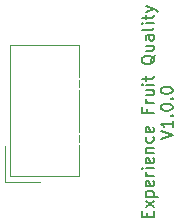
<source format=gto>
G04 #@! TF.GenerationSoftware,KiCad,Pcbnew,8.0.4-8.0.4-0~ubuntu24.04.1*
G04 #@! TF.CreationDate,2024-09-02T11:32:14+02:00*
G04 #@! TF.ProjectId,avos_mini_tapper_coils,61766f73-5f6d-4696-9e69-5f7461707065,rev?*
G04 #@! TF.SameCoordinates,Original*
G04 #@! TF.FileFunction,Legend,Top*
G04 #@! TF.FilePolarity,Positive*
%FSLAX46Y46*%
G04 Gerber Fmt 4.6, Leading zero omitted, Abs format (unit mm)*
G04 Created by KiCad (PCBNEW 8.0.4-8.0.4-0~ubuntu24.04.1) date 2024-09-02 11:32:14*
%MOMM*%
%LPD*%
G01*
G04 APERTURE LIST*
%ADD10C,0.150000*%
%ADD11C,0.120000*%
%ADD12C,5.600000*%
%ADD13R,1.524000X1.524000*%
%ADD14C,1.524000*%
G04 APERTURE END LIST*
D10*
X126416065Y-112247143D02*
X126416065Y-111913810D01*
X126939875Y-111770953D02*
X126939875Y-112247143D01*
X126939875Y-112247143D02*
X125939875Y-112247143D01*
X125939875Y-112247143D02*
X125939875Y-111770953D01*
X126939875Y-111437619D02*
X126273208Y-110913810D01*
X126273208Y-111437619D02*
X126939875Y-110913810D01*
X126273208Y-110532857D02*
X127273208Y-110532857D01*
X126320827Y-110532857D02*
X126273208Y-110437619D01*
X126273208Y-110437619D02*
X126273208Y-110247143D01*
X126273208Y-110247143D02*
X126320827Y-110151905D01*
X126320827Y-110151905D02*
X126368446Y-110104286D01*
X126368446Y-110104286D02*
X126463684Y-110056667D01*
X126463684Y-110056667D02*
X126749398Y-110056667D01*
X126749398Y-110056667D02*
X126844636Y-110104286D01*
X126844636Y-110104286D02*
X126892256Y-110151905D01*
X126892256Y-110151905D02*
X126939875Y-110247143D01*
X126939875Y-110247143D02*
X126939875Y-110437619D01*
X126939875Y-110437619D02*
X126892256Y-110532857D01*
X126892256Y-109247143D02*
X126939875Y-109342381D01*
X126939875Y-109342381D02*
X126939875Y-109532857D01*
X126939875Y-109532857D02*
X126892256Y-109628095D01*
X126892256Y-109628095D02*
X126797017Y-109675714D01*
X126797017Y-109675714D02*
X126416065Y-109675714D01*
X126416065Y-109675714D02*
X126320827Y-109628095D01*
X126320827Y-109628095D02*
X126273208Y-109532857D01*
X126273208Y-109532857D02*
X126273208Y-109342381D01*
X126273208Y-109342381D02*
X126320827Y-109247143D01*
X126320827Y-109247143D02*
X126416065Y-109199524D01*
X126416065Y-109199524D02*
X126511303Y-109199524D01*
X126511303Y-109199524D02*
X126606541Y-109675714D01*
X126939875Y-108770952D02*
X126273208Y-108770952D01*
X126463684Y-108770952D02*
X126368446Y-108723333D01*
X126368446Y-108723333D02*
X126320827Y-108675714D01*
X126320827Y-108675714D02*
X126273208Y-108580476D01*
X126273208Y-108580476D02*
X126273208Y-108485238D01*
X126939875Y-108151904D02*
X126273208Y-108151904D01*
X125939875Y-108151904D02*
X125987494Y-108199523D01*
X125987494Y-108199523D02*
X126035113Y-108151904D01*
X126035113Y-108151904D02*
X125987494Y-108104285D01*
X125987494Y-108104285D02*
X125939875Y-108151904D01*
X125939875Y-108151904D02*
X126035113Y-108151904D01*
X126892256Y-107294762D02*
X126939875Y-107390000D01*
X126939875Y-107390000D02*
X126939875Y-107580476D01*
X126939875Y-107580476D02*
X126892256Y-107675714D01*
X126892256Y-107675714D02*
X126797017Y-107723333D01*
X126797017Y-107723333D02*
X126416065Y-107723333D01*
X126416065Y-107723333D02*
X126320827Y-107675714D01*
X126320827Y-107675714D02*
X126273208Y-107580476D01*
X126273208Y-107580476D02*
X126273208Y-107390000D01*
X126273208Y-107390000D02*
X126320827Y-107294762D01*
X126320827Y-107294762D02*
X126416065Y-107247143D01*
X126416065Y-107247143D02*
X126511303Y-107247143D01*
X126511303Y-107247143D02*
X126606541Y-107723333D01*
X126273208Y-106818571D02*
X126939875Y-106818571D01*
X126368446Y-106818571D02*
X126320827Y-106770952D01*
X126320827Y-106770952D02*
X126273208Y-106675714D01*
X126273208Y-106675714D02*
X126273208Y-106532857D01*
X126273208Y-106532857D02*
X126320827Y-106437619D01*
X126320827Y-106437619D02*
X126416065Y-106390000D01*
X126416065Y-106390000D02*
X126939875Y-106390000D01*
X126892256Y-105485238D02*
X126939875Y-105580476D01*
X126939875Y-105580476D02*
X126939875Y-105770952D01*
X126939875Y-105770952D02*
X126892256Y-105866190D01*
X126892256Y-105866190D02*
X126844636Y-105913809D01*
X126844636Y-105913809D02*
X126749398Y-105961428D01*
X126749398Y-105961428D02*
X126463684Y-105961428D01*
X126463684Y-105961428D02*
X126368446Y-105913809D01*
X126368446Y-105913809D02*
X126320827Y-105866190D01*
X126320827Y-105866190D02*
X126273208Y-105770952D01*
X126273208Y-105770952D02*
X126273208Y-105580476D01*
X126273208Y-105580476D02*
X126320827Y-105485238D01*
X126892256Y-104675714D02*
X126939875Y-104770952D01*
X126939875Y-104770952D02*
X126939875Y-104961428D01*
X126939875Y-104961428D02*
X126892256Y-105056666D01*
X126892256Y-105056666D02*
X126797017Y-105104285D01*
X126797017Y-105104285D02*
X126416065Y-105104285D01*
X126416065Y-105104285D02*
X126320827Y-105056666D01*
X126320827Y-105056666D02*
X126273208Y-104961428D01*
X126273208Y-104961428D02*
X126273208Y-104770952D01*
X126273208Y-104770952D02*
X126320827Y-104675714D01*
X126320827Y-104675714D02*
X126416065Y-104628095D01*
X126416065Y-104628095D02*
X126511303Y-104628095D01*
X126511303Y-104628095D02*
X126606541Y-105104285D01*
X126416065Y-103104285D02*
X126416065Y-103437618D01*
X126939875Y-103437618D02*
X125939875Y-103437618D01*
X125939875Y-103437618D02*
X125939875Y-102961428D01*
X126939875Y-102580475D02*
X126273208Y-102580475D01*
X126463684Y-102580475D02*
X126368446Y-102532856D01*
X126368446Y-102532856D02*
X126320827Y-102485237D01*
X126320827Y-102485237D02*
X126273208Y-102389999D01*
X126273208Y-102389999D02*
X126273208Y-102294761D01*
X126273208Y-101532856D02*
X126939875Y-101532856D01*
X126273208Y-101961427D02*
X126797017Y-101961427D01*
X126797017Y-101961427D02*
X126892256Y-101913808D01*
X126892256Y-101913808D02*
X126939875Y-101818570D01*
X126939875Y-101818570D02*
X126939875Y-101675713D01*
X126939875Y-101675713D02*
X126892256Y-101580475D01*
X126892256Y-101580475D02*
X126844636Y-101532856D01*
X126939875Y-101056665D02*
X126273208Y-101056665D01*
X125939875Y-101056665D02*
X125987494Y-101104284D01*
X125987494Y-101104284D02*
X126035113Y-101056665D01*
X126035113Y-101056665D02*
X125987494Y-101009046D01*
X125987494Y-101009046D02*
X125939875Y-101056665D01*
X125939875Y-101056665D02*
X126035113Y-101056665D01*
X126273208Y-100723332D02*
X126273208Y-100342380D01*
X125939875Y-100580475D02*
X126797017Y-100580475D01*
X126797017Y-100580475D02*
X126892256Y-100532856D01*
X126892256Y-100532856D02*
X126939875Y-100437618D01*
X126939875Y-100437618D02*
X126939875Y-100342380D01*
X127035113Y-98580475D02*
X126987494Y-98675713D01*
X126987494Y-98675713D02*
X126892256Y-98770951D01*
X126892256Y-98770951D02*
X126749398Y-98913808D01*
X126749398Y-98913808D02*
X126701779Y-99009046D01*
X126701779Y-99009046D02*
X126701779Y-99104284D01*
X126939875Y-99056665D02*
X126892256Y-99151903D01*
X126892256Y-99151903D02*
X126797017Y-99247141D01*
X126797017Y-99247141D02*
X126606541Y-99294760D01*
X126606541Y-99294760D02*
X126273208Y-99294760D01*
X126273208Y-99294760D02*
X126082732Y-99247141D01*
X126082732Y-99247141D02*
X125987494Y-99151903D01*
X125987494Y-99151903D02*
X125939875Y-99056665D01*
X125939875Y-99056665D02*
X125939875Y-98866189D01*
X125939875Y-98866189D02*
X125987494Y-98770951D01*
X125987494Y-98770951D02*
X126082732Y-98675713D01*
X126082732Y-98675713D02*
X126273208Y-98628094D01*
X126273208Y-98628094D02*
X126606541Y-98628094D01*
X126606541Y-98628094D02*
X126797017Y-98675713D01*
X126797017Y-98675713D02*
X126892256Y-98770951D01*
X126892256Y-98770951D02*
X126939875Y-98866189D01*
X126939875Y-98866189D02*
X126939875Y-99056665D01*
X126273208Y-97770951D02*
X126939875Y-97770951D01*
X126273208Y-98199522D02*
X126797017Y-98199522D01*
X126797017Y-98199522D02*
X126892256Y-98151903D01*
X126892256Y-98151903D02*
X126939875Y-98056665D01*
X126939875Y-98056665D02*
X126939875Y-97913808D01*
X126939875Y-97913808D02*
X126892256Y-97818570D01*
X126892256Y-97818570D02*
X126844636Y-97770951D01*
X126939875Y-96866189D02*
X126416065Y-96866189D01*
X126416065Y-96866189D02*
X126320827Y-96913808D01*
X126320827Y-96913808D02*
X126273208Y-97009046D01*
X126273208Y-97009046D02*
X126273208Y-97199522D01*
X126273208Y-97199522D02*
X126320827Y-97294760D01*
X126892256Y-96866189D02*
X126939875Y-96961427D01*
X126939875Y-96961427D02*
X126939875Y-97199522D01*
X126939875Y-97199522D02*
X126892256Y-97294760D01*
X126892256Y-97294760D02*
X126797017Y-97342379D01*
X126797017Y-97342379D02*
X126701779Y-97342379D01*
X126701779Y-97342379D02*
X126606541Y-97294760D01*
X126606541Y-97294760D02*
X126558922Y-97199522D01*
X126558922Y-97199522D02*
X126558922Y-96961427D01*
X126558922Y-96961427D02*
X126511303Y-96866189D01*
X126939875Y-96247141D02*
X126892256Y-96342379D01*
X126892256Y-96342379D02*
X126797017Y-96389998D01*
X126797017Y-96389998D02*
X125939875Y-96389998D01*
X126939875Y-95866188D02*
X126273208Y-95866188D01*
X125939875Y-95866188D02*
X125987494Y-95913807D01*
X125987494Y-95913807D02*
X126035113Y-95866188D01*
X126035113Y-95866188D02*
X125987494Y-95818569D01*
X125987494Y-95818569D02*
X125939875Y-95866188D01*
X125939875Y-95866188D02*
X126035113Y-95866188D01*
X126273208Y-95532855D02*
X126273208Y-95151903D01*
X125939875Y-95389998D02*
X126797017Y-95389998D01*
X126797017Y-95389998D02*
X126892256Y-95342379D01*
X126892256Y-95342379D02*
X126939875Y-95247141D01*
X126939875Y-95247141D02*
X126939875Y-95151903D01*
X126273208Y-94913807D02*
X126939875Y-94675712D01*
X126273208Y-94437617D02*
X126939875Y-94675712D01*
X126939875Y-94675712D02*
X127177970Y-94770950D01*
X127177970Y-94770950D02*
X127225589Y-94818569D01*
X127225589Y-94818569D02*
X127273208Y-94913807D01*
X127549819Y-105628094D02*
X128549819Y-105294761D01*
X128549819Y-105294761D02*
X127549819Y-104961428D01*
X128549819Y-104104285D02*
X128549819Y-104675713D01*
X128549819Y-104389999D02*
X127549819Y-104389999D01*
X127549819Y-104389999D02*
X127692676Y-104485237D01*
X127692676Y-104485237D02*
X127787914Y-104580475D01*
X127787914Y-104580475D02*
X127835533Y-104675713D01*
X128454580Y-103675713D02*
X128502200Y-103628094D01*
X128502200Y-103628094D02*
X128549819Y-103675713D01*
X128549819Y-103675713D02*
X128502200Y-103723332D01*
X128502200Y-103723332D02*
X128454580Y-103675713D01*
X128454580Y-103675713D02*
X128549819Y-103675713D01*
X127549819Y-103009047D02*
X127549819Y-102913809D01*
X127549819Y-102913809D02*
X127597438Y-102818571D01*
X127597438Y-102818571D02*
X127645057Y-102770952D01*
X127645057Y-102770952D02*
X127740295Y-102723333D01*
X127740295Y-102723333D02*
X127930771Y-102675714D01*
X127930771Y-102675714D02*
X128168866Y-102675714D01*
X128168866Y-102675714D02*
X128359342Y-102723333D01*
X128359342Y-102723333D02*
X128454580Y-102770952D01*
X128454580Y-102770952D02*
X128502200Y-102818571D01*
X128502200Y-102818571D02*
X128549819Y-102913809D01*
X128549819Y-102913809D02*
X128549819Y-103009047D01*
X128549819Y-103009047D02*
X128502200Y-103104285D01*
X128502200Y-103104285D02*
X128454580Y-103151904D01*
X128454580Y-103151904D02*
X128359342Y-103199523D01*
X128359342Y-103199523D02*
X128168866Y-103247142D01*
X128168866Y-103247142D02*
X127930771Y-103247142D01*
X127930771Y-103247142D02*
X127740295Y-103199523D01*
X127740295Y-103199523D02*
X127645057Y-103151904D01*
X127645057Y-103151904D02*
X127597438Y-103104285D01*
X127597438Y-103104285D02*
X127549819Y-103009047D01*
X128454580Y-102247142D02*
X128502200Y-102199523D01*
X128502200Y-102199523D02*
X128549819Y-102247142D01*
X128549819Y-102247142D02*
X128502200Y-102294761D01*
X128502200Y-102294761D02*
X128454580Y-102247142D01*
X128454580Y-102247142D02*
X128549819Y-102247142D01*
X127549819Y-101580476D02*
X127549819Y-101485238D01*
X127549819Y-101485238D02*
X127597438Y-101390000D01*
X127597438Y-101390000D02*
X127645057Y-101342381D01*
X127645057Y-101342381D02*
X127740295Y-101294762D01*
X127740295Y-101294762D02*
X127930771Y-101247143D01*
X127930771Y-101247143D02*
X128168866Y-101247143D01*
X128168866Y-101247143D02*
X128359342Y-101294762D01*
X128359342Y-101294762D02*
X128454580Y-101342381D01*
X128454580Y-101342381D02*
X128502200Y-101390000D01*
X128502200Y-101390000D02*
X128549819Y-101485238D01*
X128549819Y-101485238D02*
X128549819Y-101580476D01*
X128549819Y-101580476D02*
X128502200Y-101675714D01*
X128502200Y-101675714D02*
X128454580Y-101723333D01*
X128454580Y-101723333D02*
X128359342Y-101770952D01*
X128359342Y-101770952D02*
X128168866Y-101818571D01*
X128168866Y-101818571D02*
X127930771Y-101818571D01*
X127930771Y-101818571D02*
X127740295Y-101770952D01*
X127740295Y-101770952D02*
X127645057Y-101723333D01*
X127645057Y-101723333D02*
X127597438Y-101675714D01*
X127597438Y-101675714D02*
X127549819Y-101580476D01*
D11*
X114355000Y-109290000D02*
X114355000Y-106290000D01*
X114805000Y-108790000D02*
X114805000Y-97740000D01*
X117355000Y-109290000D02*
X114355000Y-109290000D01*
X120655000Y-97740000D02*
X114805000Y-97740000D01*
X120655000Y-100390000D02*
X120655000Y-97740000D01*
X120655000Y-101290000D02*
X120655000Y-100690000D01*
X120655000Y-105040000D02*
X120655000Y-101540000D01*
X120655000Y-105890000D02*
X120655000Y-105290000D01*
X120655000Y-108790000D02*
X114805000Y-108790000D01*
X120655000Y-108790000D02*
X120655000Y-106140000D01*
%LPC*%
D12*
X110880000Y-98690000D03*
D13*
X117355000Y-106290000D03*
D14*
X117355000Y-104290000D03*
X117355000Y-102290000D03*
X117355000Y-100290000D03*
%LPD*%
M02*

</source>
